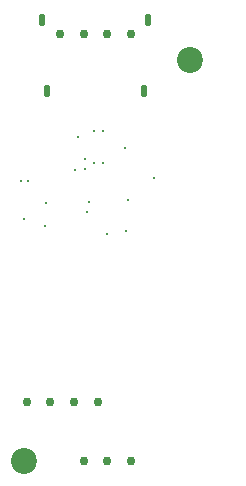
<source format=gbr>
%TF.GenerationSoftware,KiCad,Pcbnew,7.0.7*%
%TF.CreationDate,2023-09-04T22:31:29-04:00*%
%TF.ProjectId,k1-aioc,6b312d61-696f-4632-9e6b-696361645f70,rev?*%
%TF.SameCoordinates,Original*%
%TF.FileFunction,Plated,1,4,PTH,Mixed*%
%TF.FilePolarity,Positive*%
%FSLAX46Y46*%
G04 Gerber Fmt 4.6, Leading zero omitted, Abs format (unit mm)*
G04 Created by KiCad (PCBNEW 7.0.7) date 2023-09-04 22:31:29*
%MOMM*%
%LPD*%
G01*
G04 APERTURE LIST*
%TA.AperFunction,ViaDrill*%
%ADD10C,0.150000*%
%TD*%
%TA.AperFunction,ViaDrill*%
%ADD11C,0.300000*%
%TD*%
G04 aperture for slot hole*
%TA.AperFunction,ComponentDrill*%
%ADD12O,0.500000X1.100000*%
%TD*%
%TA.AperFunction,ComponentDrill*%
%ADD13C,0.750000*%
%TD*%
%TA.AperFunction,ComponentDrill*%
%ADD14C,2.200000*%
%TD*%
G04 APERTURE END LIST*
D10*
X85250000Y-94750000D03*
X85250000Y-97250000D03*
X85250000Y-100750000D03*
X85250000Y-109250000D03*
X85250000Y-111250000D03*
X85250000Y-112250000D03*
X85250000Y-113750000D03*
X85250000Y-115050000D03*
X85250000Y-115750000D03*
X85250000Y-116650000D03*
X85500000Y-99250000D03*
X86250000Y-103750000D03*
X86750000Y-115750000D03*
X87000000Y-98500000D03*
X87000000Y-99750000D03*
X87250000Y-93250000D03*
X87250000Y-103000000D03*
X87447766Y-112840223D03*
X87537500Y-115850000D03*
X88147917Y-112647917D03*
X88250000Y-117500000D03*
X88250000Y-119000000D03*
X88250000Y-120250000D03*
X88350000Y-105950000D03*
X88357558Y-97860443D03*
X88550000Y-97399500D03*
X88550000Y-110250000D03*
X88750000Y-115250000D03*
X88950000Y-114250000D03*
X88950000Y-122250000D03*
X89000000Y-127750000D03*
X89250000Y-93250000D03*
X89250000Y-125000000D03*
X89350000Y-98449500D03*
X89750000Y-131750000D03*
X89850000Y-116240000D03*
X90350000Y-117350000D03*
X90564548Y-110744564D03*
X90922394Y-112632761D03*
X91000000Y-129500000D03*
X91250000Y-93250000D03*
X91399992Y-122200000D03*
X91442254Y-114646670D03*
X91500000Y-111250000D03*
X91550000Y-112650000D03*
X92150000Y-118350000D03*
X92750000Y-115050000D03*
X93250000Y-119250000D03*
X93500000Y-111000000D03*
X93650000Y-120450000D03*
X93750000Y-93250000D03*
X94250000Y-110250000D03*
X94250000Y-129750000D03*
X94338531Y-115241177D03*
X94650000Y-118850000D03*
X94746904Y-116871878D03*
X94750000Y-107050000D03*
X94750000Y-131750000D03*
X95250000Y-128250000D03*
X95550000Y-100850000D03*
X95750000Y-93250000D03*
X95750000Y-107050000D03*
X95750000Y-122250000D03*
X95850000Y-125250000D03*
X95950000Y-114050000D03*
X96000000Y-103550000D03*
X96150000Y-108850000D03*
X96250000Y-102950000D03*
X96320183Y-112299695D03*
X96750000Y-129500000D03*
X96968822Y-117032425D03*
X97050000Y-114950000D03*
X97050000Y-123150000D03*
X97150000Y-113650000D03*
X97250000Y-131750000D03*
X98050000Y-115850000D03*
X98050000Y-126550000D03*
X98450000Y-115350000D03*
X98750000Y-93250000D03*
X98750000Y-111749500D03*
X98950000Y-105050000D03*
X99000000Y-117500000D03*
X99174021Y-113433370D03*
X99250000Y-115850000D03*
X99350000Y-108550000D03*
X100950000Y-112650000D03*
X101150000Y-123050000D03*
X101450000Y-105050000D03*
X104950000Y-107650000D03*
D11*
X86450000Y-107500000D03*
X86750000Y-110750000D03*
X87050000Y-107500000D03*
X88500000Y-111300000D03*
X88550000Y-109375735D03*
X91000000Y-106569338D03*
X91300000Y-103750000D03*
X91850000Y-105616006D03*
X91850000Y-106524076D03*
X92035571Y-110144564D03*
X92250000Y-109250000D03*
X92600000Y-103250000D03*
X92600000Y-106000000D03*
X93400000Y-103250000D03*
X93400000Y-106000000D03*
X93750000Y-112000000D03*
X95250000Y-104750000D03*
X95345038Y-111725975D03*
X95500000Y-109133029D03*
X97750000Y-107250000D03*
D12*
%TO.C,J1*%
X88260000Y-93910000D03*
X88620000Y-99860000D03*
X96880000Y-99860000D03*
X97240000Y-93910000D03*
D13*
%TO.C,J4*%
X86950000Y-126250000D03*
X88950000Y-126250000D03*
%TO.C,J5*%
X89750000Y-95050000D03*
%TO.C,J4*%
X90950000Y-126250000D03*
%TO.C,J5*%
X91750000Y-95050000D03*
%TO.C,J3*%
X91750000Y-131250000D03*
%TO.C,J4*%
X92950000Y-126250000D03*
%TO.C,J5*%
X93750000Y-95050000D03*
%TO.C,J3*%
X93750000Y-131250000D03*
%TO.C,J5*%
X95750000Y-95050000D03*
%TO.C,J3*%
X95750000Y-131250000D03*
D14*
%TO.C,H4*%
X86750000Y-131250000D03*
%TO.C,H3*%
X100750000Y-97250000D03*
M02*

</source>
